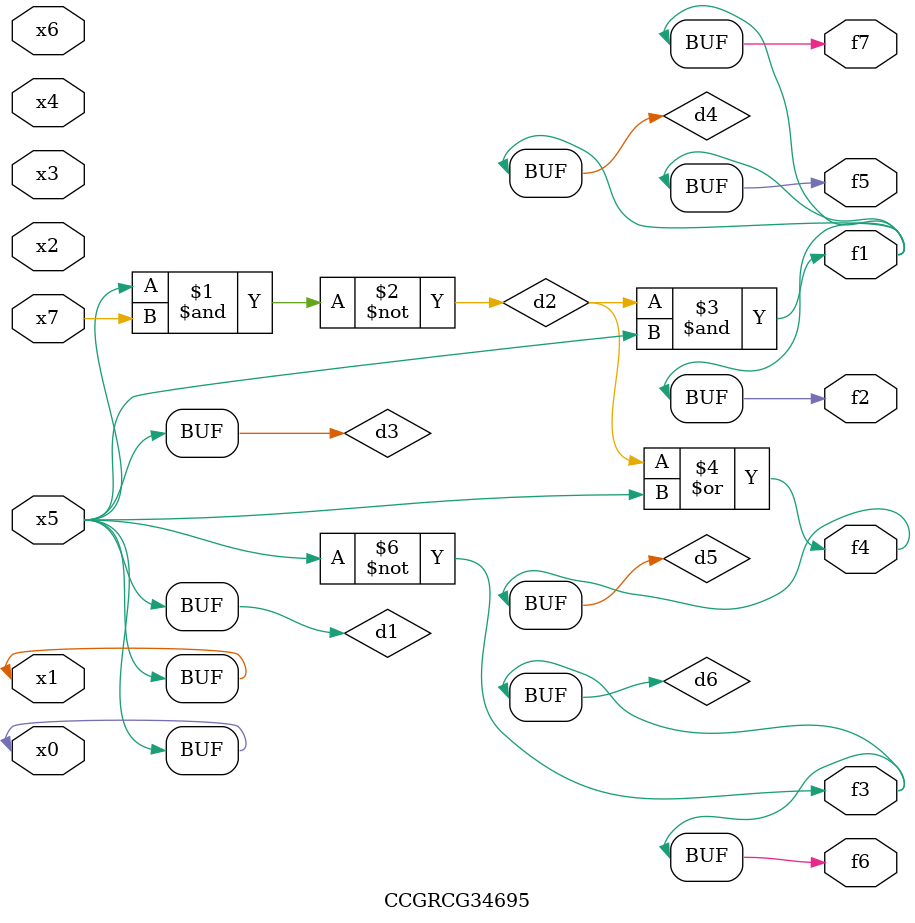
<source format=v>
module CCGRCG34695(
	input x0, x1, x2, x3, x4, x5, x6, x7,
	output f1, f2, f3, f4, f5, f6, f7
);

	wire d1, d2, d3, d4, d5, d6;

	buf (d1, x0, x5);
	nand (d2, x5, x7);
	buf (d3, x0, x1);
	and (d4, d2, d3);
	or (d5, d2, d3);
	nor (d6, d1, d3);
	assign f1 = d4;
	assign f2 = d4;
	assign f3 = d6;
	assign f4 = d5;
	assign f5 = d4;
	assign f6 = d6;
	assign f7 = d4;
endmodule

</source>
